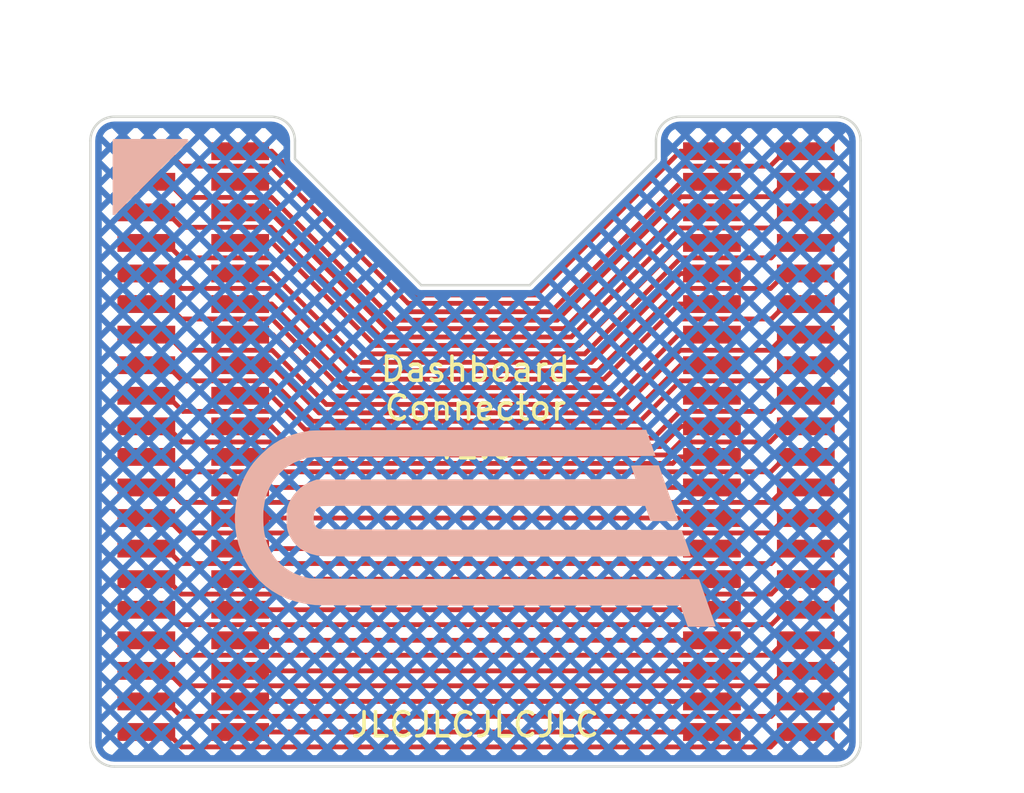
<source format=kicad_pcb>
(kicad_pcb (version 20221018) (generator pcbnew)
  (title_block (title "Dashboard Connector") (date "2024-04-12") (rev "${REVISION}") (company "Author: I. Kajdan") (comment 1 "Reviewer:"))
  (layers (0 "F.Cu" signal) (31 "B.Cu" signal) (34 "B.Paste" user) (35 "F.Paste" user) (36 "B.SilkS" user "B.Silkscreen") (37 "F.SilkS" user "F.Silkscreen") (38 "B.Mask" user) (39 "F.Mask" user) (44 "Edge.Cuts" user))
  (property "REVISION" "1.0")
  (net 0 "")
  (net 1 "Net-(J1-Pin_1)")
  (net 2 "Net-(J1-Pin_3)")
  (net 3 "Net-(J1-Pin_5)")
  (net 4 "Net-(J1-Pin_7)")
  (net 5 "Net-(J1-Pin_9)")
  (net 6 "Net-(J1-Pin_11)")
  (net 7 "Net-(J1-Pin_13)")
  (net 8 "Net-(J1-Pin_15)")
  (net 9 "Net-(J1-Pin_17)")
  (net 10 "Net-(J1-Pin_19)")
  (net 11 "Net-(J1-Pin_21)")
  (net 12 "Net-(J1-Pin_23)")
  (net 13 "Net-(J1-Pin_25)")
  (net 14 "Net-(J1-Pin_27)")
  (net 15 "Net-(J1-Pin_29)")
  (net 16 "Net-(J1-Pin_31)")
  (net 17 "Net-(J1-Pin_33)")
  (net 18 "Net-(J1-Pin_35)")
  (net 19 "Net-(J1-Pin_37)")
  (net 20 "Net-(J1-Pin_39)")
  (net 21 "/01")
  (net 22 "/02")
  (net 23 "/03")
  (net 24 "/04")
  (net 25 "/05")
  (net 26 "/06")
  (net 27 "/07")
  (net 28 "/08")
  (net 29 "/09")
  (net 30 "/10")
  (net 31 "/11")
  (net 32 "/12")
  (net 33 "/13")
  (net 34 "/14")
  (net 35 "/15")
  (net 36 "/16")
  (net 37 "/17")
  (net 38 "/18")
  (net 39 "/19")
  (net 40 "/20")
  (footprint "Local_Library:PinHeader_2x20_P1.27mm_Vertical_SMD" (layer "F.Cu") (at 132.275 95.5)
    (fp_text reference "J2" hide)
    (fp_text value "Expansion Connector")
    (pad "1" smd rect locked (at -1.95 -12.065) (size 2.4 0.74) (layers "F.Cu" "F.Paste" "F.Mask") (net 21 "/01"))
    (pad "2" smd rect locked (at 1.95 -12.065) (size 2.4 0.74) (layers "F.Cu" "F.Paste" "F.Mask") (net 1 "Net-(J1-Pin_1)"))
    (pad "3" smd rect locked (at -1.95 -10.795) (size 2.4 0.74) (layers "F.Cu" "F.Paste" "F.Mask") (net 22 "/02"))
    (pad "4" smd rect locked (at 1.95 -10.795) (size 2.4 0.74) (layers "F.Cu" "F.Paste" "F.Mask") (net 2 "Net-(J1-Pin_3)"))
    (pad "5" smd rect locked (at -1.95 -9.525) (size 2.4 0.74) (layers "F.Cu" "F.Paste" "F.Mask") (net 23 "/03"))
    (pad "6" smd rect locked (at 1.95 -9.525) (size 2.4 0.74) (layers "F.Cu" "F.Paste" "F.Mask") (net 3 "Net-(J1-Pin_5)"))
    (pad "7" smd rect locked (at -1.95 -8.255) (size 2.4 0.74) (layers "F.Cu" "F.Paste" "F.Mask") (net 24 "/04"))
    (pad "8" smd rect locked (at 1.95 -8.255) (size 2.4 0.74) (layers "F.Cu" "F.Paste" "F.Mask") (net 4 "Net-(J1-Pin_7)"))
    (pad "9" smd rect locked (at -1.95 -6.985) (size 2.4 0.74) (layers "F.Cu" "F.Paste" "F.Mask") (net 25 "/05"))
    (pad "10" smd rect locked (at 1.95 -6.985) (size 2.4 0.74) (layers "F.Cu" "F.Paste" "F.Mask") (net 5 "Net-(J1-Pin_9)"))
    (pad "11" smd rect locked (at -1.95 -5.715) (size 2.4 0.74) (layers "F.Cu" "F.Paste" "F.Mask") (net 26 "/06"))
    (pad "12" smd rect locked (at 1.95 -5.715) (size 2.4 0.74) (layers "F.Cu" "F.Paste" "F.Mask") (net 6 "Net-(J1-Pin_11)"))
    (pad "13" smd rect locked (at -1.95 -4.445) (size 2.4 0.74) (layers "F.Cu" "F.Paste" "F.Mask") (net 27 "/07"))
    (pad "14" smd rect locked (at 1.95 -4.445) (size 2.4 0.74) (layers "F.Cu" "F.Paste" "F.Mask") (net 7 "Net-(J1-Pin_13)"))
    (pad "15" smd rect locked (at -1.95 -3.175) (size 2.4 0.74) (layers "F.Cu" "F.Paste" "F.Mask") (net 28 "/08"))
    (pad "16" smd rect locked (at 1.95 -3.175) (size 2.4 0.74) (layers "F.Cu" "F.Paste" "F.Mask") (net 8 "Net-(J1-Pin_15)"))
    (pad "17" smd rect locked (at -1.95 -1.905) (size 2.4 0.74) (layers "F.Cu" "F.Paste" "F.Mask") (net 29 "/09"))
    (pad "18" smd rect locked (at 1.95 -1.905) (size 2.4 0.74) (layers "F.Cu" "F.Paste" "F.Mask") (net 9 "Net-(J1-Pin_17)"))
    (pad "19" smd rect locked (at -1.95 -0.635) (size 2.4 0.74) (layers "F.Cu" "F.Paste" "F.Mask") (net 30 "/10"))
    (pad "20" smd rect locked (at 1.95 -0.635) (size 2.4 0.74) (layers "F.Cu" "F.Paste" "F.Mask") (net 10 "Net-(J1-Pin_19)"))
    (pad "21" smd rect locked (at -1.95 0.635) (size 2.4 0.74) (layers "F.Cu" "F.Paste" "F.Mask") (net 31 "/11"))
    (pad "22" smd rect locked (at 1.95 0.635) (size 2.4 0.74) (layers "F.Cu" "F.Paste" "F.Mask") (net 11 "Net-(J1-Pin_21)"))
    (pad "23" smd rect locked (at -1.95 1.905) (size 2.4 0.74) (layers "F.Cu" "F.Paste" "F.Mask") (net 32 "/12"))
    (pad "24" smd rect locked (at 1.95 1.905) (size 2.4 0.74) (layers "F.Cu" "F.Paste" "F.Mask") (net 12 "Net-(J1-Pin_23)"))
    (pad "25" smd rect locked (at -1.95 3.175) (size 2.4 0.74) (layers "F.Cu" "F.Paste" "F.Mask") (net 33 "/13"))
    (pad "26" smd rect locked (at 1.95 3.175) (size 2.4 0.74) (layers "F.Cu" "F.Paste" "F.Mask") (net 13 "Net-(J1-Pin_25)"))
    (pad "27" smd rect locked (at -1.95 4.445) (size 2.4 0.74) (layers "F.Cu" "F.Paste" "F.Mask") (net 34 "/14"))
    (pad "28" smd rect locked (at 1.95 4.445) (size 2.4 0.74) (layers "F.Cu" "F.Paste" "F.Mask") (net 14 "Net-(J1-Pin_27)"))
    (pad "29" smd rect locked (at -1.95 5.715) (size 2.4 0.74) (layers "F.Cu" "F.Paste" "F.Mask") (net 35 "/15"))
    (pad "30" smd rect locked (at 1.95 5.715) (size 2.4 0.74) (layers "F.Cu" "F.Paste" "F.Mask") (net 15 "Net-(J1-Pin_29)"))
    (pad "31" smd rect locked (at -1.95 6.985) (size 2.4 0.74) (layers "F.Cu" "F.Paste" "F.Mask") (net 36 "/16"))
    (pad "32" smd rect locked (at 1.95 6.985) (size 2.4 0.74) (layers "F.Cu" "F.Paste" "F.Mask") (net 16 "Net-(J1-Pin_31)"))
    (pad "33" smd rect locked (at -1.95 8.255) (size 2.4 0.74) (layers "F.Cu" "F.Paste" "F.Mask") (net 37 "/17"))
    (pad "34" smd rect locked (at 1.95 8.255) (size 2.4 0.74) (layers "F.Cu" "F.Paste" "F.Mask") (net 17 "Net-(J1-Pin_33)"))
    (pad "35" smd rect locked (at -1.95 9.525) (size 2.4 0.74) (layers "F.Cu" "F.Paste" "F.Mask") (net 38 "/18"))
    (pad "36" smd rect locked (at 1.95 9.525) (size 2.4 0.74) (layers "F.Cu" "F.Paste" "F.Mask") (net 18 "Net-(J1-Pin_35)"))
    (pad "37" smd rect locked (at -1.95 10.795) (size 2.4 0.74) (layers "F.Cu" "F.Paste" "F.Mask") (net 39 "/19"))
    (pad "38" smd rect locked (at 1.95 10.795) (size 2.4 0.74) (layers "F.Cu" "F.Paste" "F.Mask") (net 19 "Net-(J1-Pin_37)"))
    (pad "39" smd rect locked (at -1.95 12.065) (size 2.4 0.74) (layers "F.Cu" "F.Paste" "F.Mask") (net 40 "/20"))
    (pad "40" smd rect locked (at 1.95 12.065) (size 2.4 0.74) (layers "F.Cu" "F.Paste" "F.Mask") (net 20 "Net-(J1-Pin_39)"))
  )
  (footprint "Local_Library:PinHeader_2x20_P1.27mm_Vertical_SMD" (layer "F.Cu") (at 155.775 95.5)
    (fp_text reference "J1" hide)
    (fp_text value "Expansion Connector")
    (pad "1" smd rect locked (at -1.95 -12.065) (size 2.4 0.74) (layers "F.Cu" "F.Paste" "F.Mask") (net 1 "Net-(J1-Pin_1)"))
    (pad "2" smd rect locked (at 1.95 -12.065) (size 2.4 0.74) (layers "F.Cu" "F.Paste" "F.Mask") (net 21 "/01"))
    (pad "3" smd rect locked (at -1.95 -10.795) (size 2.4 0.74) (layers "F.Cu" "F.Paste" "F.Mask") (net 2 "Net-(J1-Pin_3)"))
    (pad "4" smd rect locked (at 1.95 -10.795) (size 2.4 0.74) (layers "F.Cu" "F.Paste" "F.Mask") (net 22 "/02"))
    (pad "5" smd rect locked (at -1.95 -9.525) (size 2.4 0.74) (layers "F.Cu" "F.Paste" "F.Mask") (net 3 "Net-(J1-Pin_5)"))
    (pad "6" smd rect locked (at 1.95 -9.525) (size 2.4 0.74) (layers "F.Cu" "F.Paste" "F.Mask") (net 23 "/03"))
    (pad "7" smd rect locked (at -1.95 -8.255) (size 2.4 0.74) (layers "F.Cu" "F.Paste" "F.Mask") (net 4 "Net-(J1-Pin_7)"))
    (pad "8" smd rect locked (at 1.95 -8.255) (size 2.4 0.74) (layers "F.Cu" "F.Paste" "F.Mask") (net 24 "/04"))
    (pad "9" smd rect locked (at -1.95 -6.985) (size 2.4 0.74) (layers "F.Cu" "F.Paste" "F.Mask") (net 5 "Net-(J1-Pin_9)"))
    (pad "10" smd rect locked (at 1.95 -6.985) (size 2.4 0.74) (layers "F.Cu" "F.Paste" "F.Mask") (net 25 "/05"))
    (pad "11" smd rect locked (at -1.95 -5.715) (size 2.4 0.74) (layers "F.Cu" "F.Paste" "F.Mask") (net 6 "Net-(J1-Pin_11)"))
    (pad "12" smd rect locked (at 1.95 -5.715) (size 2.4 0.74) (layers "F.Cu" "F.Paste" "F.Mask") (net 26 "/06"))
    (pad "13" smd rect locked (at -1.95 -4.445) (size 2.4 0.74) (layers "F.Cu" "F.Paste" "F.Mask") (net 7 "Net-(J1-Pin_13)"))
    (pad "14" smd rect locked (at 1.95 -4.445) (size 2.4 0.74) (layers "F.Cu" "F.Paste" "F.Mask") (net 27 "/07"))
    (pad "15" smd rect locked (at -1.95 -3.175) (size 2.4 0.74) (layers "F.Cu" "F.Paste" "F.Mask") (net 8 "Net-(J1-Pin_15)"))
    (pad "16" smd rect locked (at 1.95 -3.175) (size 2.4 0.74) (layers "F.Cu" "F.Paste" "F.Mask") (net 28 "/08"))
    (pad "17" smd rect locked (at -1.95 -1.905) (size 2.4 0.74) (layers "F.Cu" "F.Paste" "F.Mask") (net 9 "Net-(J1-Pin_17)"))
    (pad "18" smd rect locked (at 1.95 -1.905) (size 2.4 0.74) (layers "F.Cu" "F.Paste" "F.Mask") (net 29 "/09"))
    (pad "19" smd rect locked (at -1.95 -0.635) (size 2.4 0.74) (layers "F.Cu" "F.Paste" "F.Mask") (net 10 "Net-(J1-Pin_19)"))
    (pad "20" smd rect locked (at 1.95 -0.635) (size 2.4 0.74) (layers "F.Cu" "F.Paste" "F.Mask") (net 30 "/10"))
    (pad "21" smd rect locked (at -1.95 0.635) (size 2.4 0.74) (layers "F.Cu" "F.Paste" "F.Mask") (net 11 "Net-(J1-Pin_21)"))
    (pad "22" smd rect locked (at 1.95 0.635) (size 2.4 0.74) (layers "F.Cu" "F.Paste" "F.Mask") (net 31 "/11"))
    (pad "23" smd rect locked (at -1.95 1.905) (size 2.4 0.74) (layers "F.Cu" "F.Paste" "F.Mask") (net 12 "Net-(J1-Pin_23)"))
    (pad "24" smd rect locked (at 1.95 1.905) (size 2.4 0.74) (layers "F.Cu" "F.Paste" "F.Mask") (net 32 "/12"))
    (pad "25" smd rect locked (at -1.95 3.175) (size 2.4 0.74) (layers "F.Cu" "F.Paste" "F.Mask") (net 13 "Net-(J1-Pin_25)"))
    (pad "26" smd rect locked (at 1.95 3.175) (size 2.4 0.74) (layers "F.Cu" "F.Paste" "F.Mask") (net 33 "/13"))
    (pad "27" smd rect locked (at -1.95 4.445) (size 2.4 0.74) (layers "F.Cu" "F.Paste" "F.Mask") (net 14 "Net-(J1-Pin_27)"))
    (pad "28" smd rect locked (at 1.95 4.445) (size 2.4 0.74) (layers "F.Cu" "F.Paste" "F.Mask") (net 34 "/14"))
    (pad "29" smd rect locked (at -1.95 5.715) (size 2.4 0.74) (layers "F.Cu" "F.Paste" "F.Mask") (net 15 "Net-(J1-Pin_29)"))
    (pad "30" smd rect locked (at 1.95 5.715) (size 2.4 0.74) (layers "F.Cu" "F.Paste" "F.Mask") (net 35 "/15"))
    (pad "31" smd rect locked (at -1.95 6.985) (size 2.4 0.74) (layers "F.Cu" "F.Paste" "F.Mask") (net 16 "Net-(J1-Pin_31)"))
    (pad "32" smd rect locked (at 1.95 6.985) (size 2.4 0.74) (layers "F.Cu" "F.Paste" "F.Mask") (net 36 "/16"))
    (pad "33" smd rect locked (at -1.95 8.255) (size 2.4 0.74) (layers "F.Cu" "F.Paste" "F.Mask") (net 17 "Net-(J1-Pin_33)"))
    (pad "34" smd rect locked (at 1.95 8.255) (size 2.4 0.74) (layers "F.Cu" "F.Paste" "F.Mask") (net 37 "/17"))
    (pad "35" smd rect locked (at -1.95 9.525) (size 2.4 0.74) (layers "F.Cu" "F.Paste" "F.Mask") (net 18 "Net-(J1-Pin_35)"))
    (pad "36" smd rect locked (at 1.95 9.525) (size 2.4 0.74) (layers "F.Cu" "F.Paste" "F.Mask") (net 38 "/18"))
    (pad "37" smd rect locked (at -1.95 10.795) (size 2.4 0.74) (layers "F.Cu" "F.Paste" "F.Mask") (net 19 "Net-(J1-Pin_37)"))
    (pad "38" smd rect locked (at 1.95 10.795) (size 2.4 0.74) (layers "F.Cu" "F.Paste" "F.Mask") (net 39 "/19"))
    (pad "39" smd rect locked (at -1.95 12.065) (size 2.4 0.74) (layers "F.Cu" "F.Paste" "F.Mask") (net 20 "Net-(J1-Pin_39)"))
    (pad "40" smd rect locked (at 1.95 12.065) (size 2.4 0.74) (layers "F.Cu" "F.Paste" "F.Mask") (net 40 "/20"))
  )
  (footprint "Local_Library:PUTM_Logo_20mm" (layer "B.Cu") (at 144 99.1 180)
    (fp_text reference "G***" hide)
    (fp_text value "LOGO" hide)
    (fp_poly (pts (xy -6.893425 2.613243) (xy -6.759679 2.611594) (xy -6.645143 2.609029) (xy -6.554714 2.605695) (xy -6.493285 2.601743) (xy -6.465752 2.597321) (xy -6.464729 2.596265) (xy -6.471078 2.571897) (xy -6.488469 2.517478) (xy -6.514416 2.440499) (xy -6.546435 2.348452) (xy -6.554517 2.325597) (xy -6.587606 2.231014) (xy -6.615199 2.149651) (xy -6.634808 2.089032) (xy -6.643946 2.056682) (xy -6.644305 2.054018) (xy -6.624498 2.052315) (xy -6.565659 2.050648) (xy -6.468664 2.049019) (xy -6.334387 2.047431) (xy -6.163701 2.045888) (xy -5.957482 2.044393) (xy -5.716604 2.042949) (xy -5.441942 2.041559) (xy -5.134369 2.040227) (xy -4.794761 2.038954) (xy -4.423991 2.037745) (xy -4.022935 2.036603) (xy -3.592466 2.03553) (xy -3.13346 2.03453) (xy -2.64679 2.033606) (xy -2.133331 2.032761) (xy -1.593958 2.031998) (xy -1.029545 2.03132) (xy -0.440966 2.030731) (xy -0.024941 2.03038) (xy 6.594423 2.025216) (xy 6.754046 1.970451) (xy 6.945252 1.894049) (xy 7.111363 1.802195) (xy 7.265187 1.686806) (xy 7.392537 1.567538) (xy 7.537691 1.405256) (xy 7.652047 1.240731) (xy 7.743405 1.061582) (xy 7.795419 0.927808) (xy 7.815789 0.867538) (xy 7.830511 0.815334) (xy 7.840498 0.762885) (xy 7.846666 0.701878) (xy 7.849928 0.624002) (xy 7.8512 0.520945) (xy 7.851398 0.41901) (xy 7.849663 0.256416) (xy 7.843286 0.124528) (xy 7.830602 0.014255) (xy 7.809942 -0.083492) (xy 7.779639 -0.177802) (xy 7.738024 -0.277766) (xy 7.714114 -0.329222) (xy 7.597621 -0.529127) (xy 7.451015 -0.703571) (xy 7.275565 -0.851745) (xy 7.07254 -0.97284) (xy 6.843209 -1.066046) (xy 6.588839 -1.130554) (xy 6.418151 -1.15589) (xy 6.383124 -1.15797) (xy 6.316112 -1.159937) (xy 6.216714 -1.161792) (xy 6.084527 -1.163535) (xy 5.919151 -1.165168) (xy 5.720184 -1.166692) (xy 5.487223 -1.168108) (xy 5.219869 -1.169417) (xy 4.917718 -1.170621) (xy 4.580369 -1.17172) (xy 4.207421 -1.172715) (xy 3.798473 -1.173608) (xy 3.353121 -1.174399) (xy 2.870966 -1.175091) (xy 2.351605 -1.175683) (xy 1.794636 -1.176177) (xy 1.199658 -1.176574) (xy 0.56627 -1.176876) (xy -0.105931 -1.177082) (xy -0.817345 -1.177195) (xy -1.356009 -1.177219) (xy -2.010879 -1.177213) (xy -2.62702 -1.177192) (xy -3.205608 -1.17715) (xy -3.74782 -1.177081) (xy -4.254833 -1.176981) (xy -4.727823 -1.176843) (xy -5.167966 -1.176663) (xy -5.576439 -1.176435) (xy -5.954419 -1.176154) (xy -6.303081 -1.175814) (xy -6.623604 -1.175409) (xy -6.917162 -1.174935) (xy -7.184933 -1.174386) (xy -7.428094 -1.173756) (xy -7.64782 -1.17304) (xy -7.845289 -1.172233) (xy -8.021676 -1.17133) (xy -8.178159 -1.170324) (xy -8.315914 -1.16921) (xy -8.436117 -1.167984) (xy -8.539945 -1.166639) (xy -8.628575 -1.16517) (xy -8.703183 -1.163572) (xy -8.764945 -1.16184) (xy -8.815038 -1.159967) (xy -8.85464 -1.157948) (xy -8.884925 -1.155779) (xy -8.907071 -1.153454) (xy -8.922255 -1.150966) (xy -8.931652 -1.148312) (xy -8.936439 -1.145485) (xy -8.937794 -1.142479) (xy -8.937792 -1.142302) (xy -8.931021 -1.114897) (xy -8.912467 -1.05517) (xy -8.883879 -0.968338) (xy -8.847005 -0.85962) (xy -8.803595 -0.734236) (xy -8.755397 -0.597403) (xy -8.752273 -0.58861) (xy -8.567846 -0.069835) (xy -1.056547 -0.059859) (xy -0.404095 -0.058985) (xy 0.20964 -0.058144) (xy 0.785849 -0.05733) (xy 1.325722 -0.056535) (xy 1.830448 -0.055752) (xy 2.301217 -0.054975) (xy 2.739219 -0.054196) (xy 3.145643 -0.053409) (xy 3.52168 -0.052606) (xy 3.868519 -0.051781) (xy 4.18735 -0.050927) (xy 4.479363 -0.050037) (xy 4.745747 -0.049103) (xy 4.987692 -0.04812) (xy 5.206388 -0.047079) (xy 5.403025 -0.045975) (xy 5.578792 -0.044799) (xy 5.734879 -0.043546) (xy 5.872477 -0.042208) (xy 5.992774 -0.040779) (xy 6.096961 -0.03925) (xy 6.186226 -0.037616) (xy 6.261761 -0.03587) (xy 6.324755 -0.034004) (xy 6.376397 -0.032012) (xy 6.417878 -0.029886) (xy 6.450386 -0.02762) (xy 6.475113 -0.025207) (xy 6.493247 -0.022639) (xy 6.505978 -0.019911) (xy 6.514496 -0.017014) (xy 6.517223 -0.015681) (xy 6.607831 0.050086) (xy 6.670917 0.135214) (xy 6.708255 0.243826) (xy 6.721616 0.380048) (xy 6.720041 0.456292) (xy 6.700434 0.608226) (xy 6.657661 0.728929) (xy 6.590202 0.820694) (xy 6.496537 0.885817) (xy 6.414847 0.916698) (xy 6.396064 0.918921) (xy 6.35531 0.920991) (xy 6.29173 0.92291) (xy 6.204466 0.92468) (xy 6.092663 0.926305) (xy 5.955465 0.927784) (xy 5.792015 0.929122) (xy 5.601457 0.930319) (xy 5.382936 0.931379) (xy 5.135595 0.932303) (xy 4.858578 0.933093) (xy 4.551028 0.933752) (xy 4.21209 0.934281) (xy 3.840907 0.934683) (xy 3.436624 0.93496) (xy 2.998384 0.935115) (xy 2.525331 0.935148) (xy 2.016609 0.935063) (xy 1.471362 0.934861) (xy 0.888733 0.934545) (xy 0.267867 0.934116) (xy -0.357032 0.933608) (xy -7.0491 0.927808) (xy -7.159817 0.613551) (xy -7.270533 0.299293) (xy -8.438293 0.299293) (xy -8.411423 0.374116) (xy -8.397684 0.412626) (xy -8.372344 0.483903) (xy -8.336947 0.583595) (xy -8.293034 0.70735) (xy -8.242148 0.850815) (xy -8.18583 1.009639) (xy -8.125624 1.17947) (xy -8.063071 1.355955) (xy -7.999713 1.534742) (xy -7.937093 1.711479) (xy -7.876753 1.881815) (xy -7.820236 2.041396) (xy -7.769083 2.185871) (xy -7.724837 2.310888) (xy -7.68904 2.412095) (xy -7.663234 2.485139) (xy -7.648962 2.525668) (xy -7.647789 2.529026) (xy -7.618244 2.613825) (xy -7.041487 2.613825)) (fill solid) (layer "B.SilkS"))
    (fp_poly (pts (xy -0.190923 4.084992) (xy 0.436568 4.084425) (xy 1.025415 4.083865) (xy 1.576877 4.083306) (xy 2.092215 4.082741) (xy 2.57269 4.082162) (xy 3.019563 4.081564) (xy 3.434094 4.080939) (xy 3.817543 4.08028) (xy 4.171172 4.079581) (xy 4.496241 4.078834) (xy 4.794011 4.078033) (xy 5.065742 4.077171) (xy 5.312695 4.076241) (xy 5.536131 4.075235) (xy 5.73731 4.074149) (xy 5.917493 4.072973) (xy 6.077941 4.071702) (xy 6.219914 4.070328) (xy 6.344672 4.068846) (xy 6.453478 4.067247) (xy 6.54759 4.065525) (xy 6.62827 4.063673) (xy 6.696779 4.061684) (xy 6.754376 4.059552) (xy 6.802324 4.057269) (xy 6.841882 4.054829) (xy 6.874311 4.052224) (xy 6.900871 4.049449) (xy 6.922824 4.046495) (xy 6.92479 4.046194) (xy 7.266121 3.982083) (xy 7.5767 3.899102) (xy 7.862344 3.794354) (xy 8.128869 3.664941) (xy 8.382092 3.507966) (xy 8.627831 3.320534) (xy 8.871902 3.099747) (xy 8.919563 3.052794) (xy 9.088722 2.876775) (xy 9.231265 2.710946) (xy 9.354783 2.544942) (xy 9.466866 2.368401) (xy 9.575106 2.17096) (xy 9.597084 2.127807) (xy 9.74695 1.789157) (xy 9.861314 1.441375) (xy 9.940857 1.087298) (xy 9.986259 0.729761) (xy 9.9982 0.3716) (xy 9.977362 0.015651) (xy 9.924424 -0.33525) (xy 9.840068 -0.678266) (xy 9.724973 -1.010563) (xy 9.57982 -1.329303) (xy 9.40529 -1.631652) (xy 9.202062 -1.914773) (xy 8.970818 -2.175829) (xy 8.712238 -2.411986) (xy 8.463544 -2.596335) (xy 8.155697 -2.778362) (xy 7.824065 -2.928947) (xy 7.469992 -3.047646) (xy 7.094824 -3.134016) (xy 6.699906 -3.187614) (xy 6.658183 -3.191254) (xy 6.614473 -3.193373) (xy 6.535758 -3.195376) (xy 6.421778 -3.197264) (xy 6.272273 -3.199038) (xy 6.086983 -3.200697) (xy 5.865648 -3.202243) (xy 5.60801 -3.203677) (xy 5.313807 -3.205) (xy 4.982779 -3.206211) (xy 4.614668 -3.207312) (xy 4.209214 -3.208303) (xy 3.766156 -3.209185) (xy 3.285234 -3.20996) (xy 2.76619 -3.210627) (xy 2.208762 -3.211187) (xy 1.612692 -3.211641) (xy 0.977719 -3.211989) (xy 0.303584 -3.212233) (xy -0.409973 -3.212374) (xy -1.055826 -3.212412) (xy -8.514348 -3.212412) (xy -8.823794 -4.090338) (xy -9.400114 -4.090338) (xy -9.547166 -4.089841) (xy -9.680409 -4.088437) (xy -9.794867 -4.086255) (xy -9.885563 -4.083424) (xy -9.94752 -4.080073) (xy -9.975763 -4.076331) (xy -9.976973 -4.075373) (xy -9.970631 -4.054198) (xy -9.952217 -3.998977) (xy -9.922972 -3.913285) (xy -9.884133 -3.800697) (xy -9.836939 -3.664787) (xy -9.78263 -3.50913) (xy -9.722445 -3.337301) (xy -9.657621 -3.152874) (xy -9.634758 -3.087971) (xy -9.292004 -2.115533) (xy -1.259003 -2.109387) (xy -0.581229 -2.108859) (xy 0.057793 -2.108338) (xy 0.659218 -2.10782) (xy 1.224201 -2.107299) (xy 1.753896 -2.106769) (xy 2.249458 -2.106224) (xy 2.712041 -2.105661) (xy 3.142799 -2.105072) (xy 3.542887 -2.104453) (xy 3.91346 -2.103798) (xy 4.255672 -2.103102) (xy 4.570677 -2.10236) (xy 4.85963 -2.101565) (xy 5.123685 -2.100713) (xy 5.363997 -2.099798) (xy 5.58172 -2.098815) (xy 5.778009 -2.097757) (xy 5.954018 -2.096621) (xy 6.110902 -2.0954) (xy 6.249814 -2.094089) (xy 6.371911 -2.092683) (xy 6.478345 -2.091176) (xy 6.570272 -2.089562) (xy 6.648845 -2.087836) (xy 6.71522 -2.085994) (xy 6.770551 -2.084029) (xy 6.815993 -2.081936) (xy 6.852699 -2.079709) (xy 6.881824 -2.077344) (xy 6.904523 -2.074834) (xy 6.921951 -2.072174) (xy 6.928479 -2.070907) (xy 7.239669 -1.985997) (xy 7.537798 -1.865071) (xy 7.602042 -1.833293) (xy 7.856776 -1.681524) (xy 8.08314 -1.50194) (xy 8.280517 -1.295403) (xy 8.448286 -1.062776) (xy 8.585829 -0.804922) (xy 8.692525 -0.522703) (xy 8.767755 -0.216983) (xy 8.769607 -0.206982) (xy 8.788303 -0.075363) (xy 8.802431 0.083928) (xy 8.811631 0.258877) (xy 8.815544 0.437472) (xy 8.813808 0.607701) (xy 8.806064 0.75755) (xy 8.800316 0.816924) (xy 8.748607 1.133174) (xy 8.669585 1.421974) (xy 8.561997 1.686091) (xy 8.424591 1.928296) (xy 8.256118 2.151358) (xy 8.14077 2.27598) (xy 7.950177 2.452406) (xy 7.759058 2.59605) (xy 7.557655 2.712951) (xy 7.336212 2.809153) (xy 7.207836 2.853667) (xy 7.17412 2.864932) (xy 7.144372 2.875515) (xy 7.117332 2.885437) (xy 7.091742 2.894722) (xy 7.066343 2.90339) (xy 7.039876 2.911465) (xy 7.011081 2.918969) (xy 6.978701 2.925923) (xy 6.941475 2.93235) (xy 6.898145 2.938271) (xy 6.847453 2.943709) (xy 6.788139 2.948687) (xy 6.718944 2.953225) (xy 6.638609 2.957347) (xy 6.545875 2.961075) (xy 6.439484 2.96443) (xy 6.318177 2.967435) (xy 6.180694 2.970111) (xy 6.025776 2.972482) (xy 5.852165 2.974568) (xy 5.658602 2.976393) (xy 5.443828 2.977978) (xy 5.206583 2.979346) (xy 4.945609 2.980518) (xy 4.659648 2.981517) (xy 4.347439 2.982364) (xy 4.007724 2.983083) (xy 3.639244 2.983695) (xy 3.240741 2.984222) (xy 2.810955 2.984686) (xy 2.348627 2.98511) (xy 1.852498 2.985516) (xy 1.32131 2.985925) (xy 0.753803 2.98636) (xy 0.148719 2.986843) (xy -0.395623 2.987308) (xy -0.924999 2.987823) (xy -1.444056 2.98842) (xy -1.95138 2.989095) (xy -2.445554 2.989843) (xy -2.925164 2.99066) (xy -3.388795 2.99154) (xy -3.835029 2.992479) (xy -4.262454 2.993473) (xy -4.669652 2.994517) (xy -5.055209 2.995606) (xy -5.417709 2.996735) (xy -5.755737 2.997901) (xy -6.067877 2.999098) (xy -6.352714 3.000322) (xy -6.608833 3.001569) (xy -6.834818 3.002832) (xy -7.029255 3.004109) (xy -7.190726 3.005394) (xy -7.317818 3.006683) (xy -7.409115 3.007971) (xy -7.463201 3.009254) (xy -7.478891 3.010405) (xy -7.47078 3.032903) (xy -7.45112 3.088087) (xy -7.421663 3.171018) (xy -7.384163 3.276759) (xy -7.340371 3.400372) (xy -7.29204 3.536919) (xy -7.284168 3.55917) (xy -7.095986 4.091111)) (fill solid) (layer "B.SilkS"))
  )
  (gr_poly (pts (xy 129 83) (xy 132 83) (xy 129 86)) (stroke (width 0.15)) (fill solid) (layer "B.SilkS"))
  (gr_line (start 160 83) (end 160 108) (stroke (width 0.1)) (layer "Edge.Cuts"))
  (gr_line (start 128 83) (end 128 108) (stroke (width 0.1)) (layer "Edge.Cuts"))
  (gr_arc (start 160 108) (mid 159.707107 108.707107) (end 159 109) (stroke (width 0.1)) (layer "Edge.Cuts"))
  (gr_line (start 135.5 82) (end 129 82) (stroke (width 0.1)) (layer "Edge.Cuts"))
  (gr_arc (start 135.5 82) (mid 136.207107 82.292893) (end 136.5 83) (stroke (width 0.1)) (layer "Edge.Cuts"))
  (gr_line (start 151.5 83.75) (end 146.25 89) (stroke (width 0.1)) (layer "Edge.Cuts"))
  (gr_line (start 159 109) (end 129 109) (stroke (width 0.1)) (layer "Edge.Cuts"))
  (gr_arc (start 129 109) (mid 128.292893 108.707107) (end 128 108) (stroke (width 0.1)) (layer "Edge.Cuts"))
  (gr_line (start 152.5 82) (end 159 82) (stroke (width 0.1)) (layer "Edge.Cuts"))
  (gr_arc (start 159 82) (mid 159.707107 82.292893) (end 160 83) (stroke (width 0.1)) (layer "Edge.Cuts"))
  (gr_arc (start 128 83) (mid 128.292893 82.292893) (end 129 82) (stroke (width 0.1)) (layer "Edge.Cuts"))
  (gr_line (start 141.75 89) (end 146.25 89) (stroke (width 0.1)) (layer "Edge.Cuts"))
  (gr_line (start 136.5 83.75) (end 141.75 89) (stroke (width 0.1)) (layer "Edge.Cuts"))
  (gr_arc (start 151.5 83) (mid 151.792893 82.292893) (end 152.5 82) (stroke (width 0.1)) (layer "Edge.Cuts"))
  (gr_line (start 136.5 83) (end 136.5 83.75) (stroke (width 0.1)) (layer "Edge.Cuts"))
  (gr_line (start 151.5 83) (end 151.5 83.75) (stroke (width 0.1)) (layer "Edge.Cuts"))
  (gr_text "JLCJLCJLCJLC" (at 143.989386 107.85) (layer "F.SilkS") (effects (font (size 1 1)) (justify bottom)))
  (gr_text "Dashboard\nConnector\nv${REVISION}" (at 144 96.3) (layer "F.SilkS") (effects (font (size 1 1)) (justify bottom)))
  (segment (start 146.545 89.405) (end 152.515 83.435) (width 0.2) (layer "F.Cu") (net 1))
  (segment (start 141.505 89.405) (end 146.545 89.405) (width 0.2) (layer "F.Cu") (net 1))
  (segment (start 152.515 83.435) (end 153.825 83.435) (width 0.2) (layer "F.Cu") (net 1))
  (segment (start 135.535 83.435) (end 141.505 89.405) (width 0.2) (layer "F.Cu") (net 1))
  (segment (start 134.225 83.435) (end 135.535 83.435) (width 0.2) (layer "F.Cu") (net 1))
  (segment (start 135.53 84.705) (end 140.93 90.105) (width 0.2) (layer "F.Cu") (net 2))
  (segment (start 147.145 90.105) (end 152.545 84.705) (width 0.2) (layer "F.Cu") (net 2))
  (segment (start 134.225 84.705) (end 135.53 84.705) (width 0.2) (layer "F.Cu") (net 2))
  (segment (start 140.93 90.105) (end 147.145 90.105) (width 0.2) (layer "F.Cu") (net 2))
  (segment (start 152.545 84.705) (end 153.825 84.705) (width 0.2) (layer "F.Cu") (net 2))
  (segment (start 140.305 90.805) (end 147.695 90.805) (width 0.2) (layer "F.Cu") (net 3))
  (segment (start 152.525 85.975) (end 153.825 85.975) (width 0.2) (layer "F.Cu") (net 3))
  (segment (start 135.5 86) (end 140.305 90.805) (width 0.2) (layer "F.Cu") (net 3))
  (segment (start 147.695 90.805) (end 152.525 85.975) (width 0.2) (layer "F.Cu") (net 3))
  (segment (start 134.25 86) (end 135.5 86) (width 0.2) (layer "F.Cu") (net 3))
  (segment (start 134.225 85.975) (end 134.25 86) (width 0.2) (layer "F.Cu") (net 3))
  (segment (start 152.555 87.245) (end 153.825 87.245) (width 0.2) (layer "F.Cu") (net 4))
  (segment (start 135.57 87.245) (end 139.83 91.505) (width 0.2) (layer "F.Cu") (net 4))
  (segment (start 134.225 87.245) (end 135.57 87.245) (width 0.2) (layer "F.Cu") (net 4))
  (segment (start 148.295 91.505) (end 152.555 87.245) (width 0.2) (layer "F.Cu") (net 4))
  (segment (start 139.83 91.505) (end 148.295 91.505) (width 0.2) (layer "F.Cu") (net 4))
  (segment (start 135.562487 88.515) (end 134.225 88.515) (width 0.2) (layer "F.Cu") (net 5))
  (segment (start 152.51 88.515) (end 148.82 92.205) (width 0.2) (layer "F.Cu") (net 5))
  (segment (start 153.825 88.515) (end 152.51 88.515) (width 0.2) (layer "F.Cu") (net 5))
  (segment (start 139.252487 92.205) (end 135.562487 88.515) (width 0.2) (layer "F.Cu") (net 5))
  (segment (start 148.82 92.205) (end 139.252487 92.205) (width 0.2) (layer "F.Cu") (net 5))
  (segment (start 134.225 89.785) (end 135.535 89.785) (width 0.2) (layer "F.Cu") (net 6))
  (segment (start 152.465 89.785) (end 153.825 89.785) (width 0.2) (layer "F.Cu") (net 6))
  (segment (start 138.655 92.905) (end 149.345 92.905) (width 0.2) (layer "F.Cu") (net 6))
  (segment (start 135.535 89.785) (end 138.655 92.905) (width 0.2) (layer "F.Cu") (net 6))
  (segment (start 149.345 92.905) (end 152.465 89.785) (width 0.2) (layer "F.Cu") (net 6))
  (segment (start 135.58 91.055) (end 138.13 93.605) (width 0.2) (layer "F.Cu") (net 7))
  (segment (start 138.13 93.605) (end 149.895 93.605) (width 0.2) (layer "F.Cu") (net 7))
  (segment (start 149.895 93.605) (end 152.445 91.055) (width 0.2) (layer "F.Cu") (net 7))
  (segment (start 134.225 91.055) (end 135.58 91.055) (width 0.2) (layer "F.Cu") (net 7))
  (segment (start 152.445 91.055) (end 153.825 91.055) (width 0.2) (layer "F.Cu") (net 7))
  (segment (start 134.225 92.325) (end 135.519974 92.325) (width 0.2) (layer "F.Cu") (net 8))
  (segment (start 152.525 92.325) (end 153.825 92.325) (width 0.2) (layer "F.Cu") (net 8))
  (segment (start 150.545 94.305) (end 152.525 92.325) (width 0.2) (layer "F.Cu") (net 8))
  (segment (start 137.499974 94.305) (end 150.545 94.305) (width 0.2) (layer "F.Cu") (net 8))
  (segment (start 135.519974 92.325) (end 137.499974 94.305) (width 0.2) (layer "F.Cu") (net 8))
  (segment (start 135.519974 93.595) (end 136.929974 95.005) (width 0.2) (layer "F.Cu") (net 9))
  (segment (start 136.929974 95.005) (end 151.120026 95.005) (width 0.2) (layer "F.Cu") (net 9))
  (segment (start 151.120026 95.005) (end 152.530026 93.595) (width 0.2) (layer "F.Cu") (net 9))
  (segment (start 152.530026 93.595) (end 153.825 93.595) (width 0.2) (layer "F.Cu") (net 9))
  (segment (start 134.225 93.595) (end 135.519974 93.595) (width 0.2) (layer "F.Cu") (net 9))
  (segment (start 151.690026 95.705) (end 152.530026 94.865) (width 0.2) (layer "F.Cu") (net 10))
  (segment (start 134.225 94.865) (end 135.519974 94.865) (width 0.2) (layer "F.Cu") (net 10))
  (segment (start 136.359974 95.705) (end 151.690026 95.705) (width 0.2) (layer "F.Cu") (net 10))
  (segment (start 135.519974 94.865) (end 136.359974 95.705) (width 0.2) (layer "F.Cu") (net 10))
  (segment (start 152.530026 94.865) (end 153.825 94.865) (width 0.2) (layer "F.Cu") (net 10))
  (segment (start 135.535 96.135) (end 135.805 96.405) (width 0.2) (layer "F.Cu") (net 11))
  (segment (start 134.225 96.135) (end 135.535 96.135) (width 0.2) (layer "F.Cu") (net 11))
  (segment (start 152.195 96.405) (end 152.465 96.135) (width 0.2) (layer "F.Cu") (net 11))
  (segment (start 135.805 96.405) (end 152.195 96.405) (width 0.2) (layer "F.Cu") (net 11))
  (segment (start 152.465 96.135) (end 153.825 96.135) (width 0.2) (layer "F.Cu") (net 11))
  (segment (start 134.225 97.405) (end 153.825 97.405) (width 0.2) (layer "F.Cu") (net 12))
  (segment (start 134.225 98.675) (end 153.825 98.675) (width 0.2) (layer "F.Cu") (net 13))
  (segment (start 134.225 99.945) (end 153.825 99.945) (width 0.2) (layer "F.Cu") (net 14))
  (segment (start 134.225 101.215) (end 153.825 101.215) (width 0.2) (layer "F.Cu") (net 15))
  (segment (start 134.225 102.485) (end 153.825 102.485) (width 0.2) (layer "F.Cu") (net 16))
  (segment (start 134.225 103.755) (end 153.825 103.755) (width 0.2) (layer "F.Cu") (net 17))
  (segment (start 134.225 105.025) (end 153.825 105.025) (width 0.2) (layer "F.Cu") (net 18))
  (segment (start 134.225 106.295) (end 153.825 106.295) (width 0.2) (layer "F.Cu") (net 19))
  (segment (start 134.225 107.565) (end 153.825 107.565) (width 0.2) (layer "F.Cu") (net 20))
  (segment (start 131.185 83.435) (end 131.805 84.055) (width 0.2) (layer "F.Cu") (net 21))
  (segment (start 130.325 83.435) (end 131.185 83.435) (width 0.2) (layer "F.Cu") (net 21))
  (segment (start 156.245 84.055) (end 156.865 83.435) (width 0.2) (layer "F.Cu") (net 21))
  (segment (start 135.505 84.055) (end 141.205 89.755) (width 0.2) (layer "F.Cu") (net 21))
  (segment (start 146.82 89.755) (end 152.52 84.055) (width 0.2) (layer "F.Cu") (net 21))
  (segment (start 152.52 84.055) (end 156.245 84.055) (width 0.2) (layer "F.Cu") (net 21))
  (segment (start 131.805 84.055) (end 135.505 84.055) (width 0.2) (layer "F.Cu") (net 21))
  (segment (start 141.205 89.755) (end 146.82 89.755) (width 0.2) (layer "F.Cu") (net 21))
  (segment (start 156.865 83.435) (end 157.725 83.435) (width 0.2) (layer "F.Cu") (net 21))
  (segment (start 152.525 85.325) (end 156.275 85.325) (width 0.2) (layer "F.Cu") (net 22))
  (segment (start 140.63 90.455) (end 147.395 90.455) (width 0.2) (layer "F.Cu") (net 22))
  (segment (start 156.895 84.705) (end 157.725 84.705) (width 0.2) (layer "F.Cu") (net 22))
  (segment (start 147.395 90.455) (end 152.525 85.325) (width 0.2) (layer "F.Cu") (net 22))
  (segment (start 156.275 85.325) (end 156.895 84.705) (width 0.2) (layer "F.Cu") (net 22))
  (segment (start 130.325 84.705) (end 131.205 84.705) (width 0.2) (layer "F.Cu") (net 22))
  (segment (start 135.53 85.355) (end 140.63 90.455) (width 0.2) (layer "F.Cu") (net 22))
  (segment (start 131.205 84.705) (end 131.855 85.355) (width 0.2) (layer "F.Cu") (net 22))
  (segment (start 131.855 85.355) (end 135.53 85.355) (width 0.2) (layer "F.Cu") (net 22))
  (segment (start 131.175 85.975) (end 131.795 86.595) (width 0.2) (layer "F.Cu") (net 23))
  (segment (start 140.0675 91.155) (end 147.975 91.155) (width 0.2) (layer "F.Cu") (net 23))
  (segment (start 156.255 86.595) (end 156.875 85.975) (width 0.2) (layer "F.Cu") (net 23))
  (segment (start 152.505 86.625) (end 156.225 86.625) (width 0.2) (layer "F.Cu") (net 23))
  (segment (start 147.975 91.155) (end 152.505 86.625) (width 0.2) (layer "F.Cu") (net 23))
  (segment (start 131.795 86.595) (end 135.5075 86.595) (width 0.2) (layer "F.Cu") (net 23))
  (segment (start 135.5075 86.595) (end 140.0675 91.155) (width 0.2) (layer "F.Cu") (net 23))
  (segment (start 130.325 85.975) (end 131.175 85.975) (width 0.2) (layer "F.Cu") (net 23))
  (segment (start 156.875 85.975) (end 157.725 85.975) (width 0.2) (layer "F.Cu") (net 23))
  (segment (start 139.505001 91.855) (end 148.545 91.855) (width 0.2) (layer "F.Cu") (net 24))
  (segment (start 131.765 87.865) (end 135.515 87.865) (width 0.2) (layer "F.Cu") (net 24))
  (segment (start 130.325 87.245) (end 131.145 87.245) (width 0.2) (layer "F.Cu") (net 24))
  (segment (start 148.545 91.855) (end 152.535 87.865) (width 0.2) (layer "F.Cu") (net 24))
  (segment (start 131.145 87.245) (end 131.765 87.865) (width 0.2) (layer "F.Cu") (net 24))
  (segment (start 135.515 87.865) (end 139.505001 91.855) (width 0.2) (layer "F.Cu") (net 24))
  (segment (start 156.905 87.245) (end 157.725 87.245) (width 0.2) (layer "F.Cu") (net 24))
  (segment (start 156.285 87.865) (end 156.905 87.245) (width 0.2) (layer "F.Cu") (net 24))
  (segment (start 152.535 87.865) (end 156.285 87.865) (width 0.2) (layer "F.Cu") (net 24))
  (segment (start 130.325 88.515) (end 131.165 88.515) (width 0.2) (layer "F.Cu") (net 25))
  (segment (start 131.785 89.135) (end 135.535 89.135) (width 0.2) (layer "F.Cu") (net 25))
  (segment (start 156.26 89.135) (end 156.88 88.515) (width 0.2) (layer "F.Cu") (net 25))
  (segment (start 131.165 88.515) (end 131.785 89.135) (width 0.2) (layer "F.Cu") (net 25))
  (segment (start 149.095 92.555) (end 152.515 89.135) (width 0.2) (layer "F.Cu") (net 25))
  (segment (start 152.515 89.135) (end 156.26 89.135) (width 0.2) (layer "F.Cu") (net 25))
  (segment (start 135.535 89.135) (end 138.955 92.555) (width 0.2) (layer "F.Cu") (net 25))
  (segment (start 138.955 92.555) (end 149.095 92.555) (width 0.2) (layer "F.Cu") (net 25))
  (segment (start 156.88 88.515) (end 157.725 88.515) (width 0.2) (layer "F.Cu") (net 25))
  (segment (start 149.67 93.255) (end 152.52 90.405) (width 0.2) (layer "F.Cu") (net 26))
  (segment (start 135.549974 90.405) (end 138.399974 93.255) (width 0.2) (layer "F.Cu") (net 26))
  (segment (start 138.399974 93.255) (end 149.67 93.255) (width 0.2) (layer "F.Cu") (net 26))
  (segment (start 131.16 89.785) (end 131.78 90.405) (width 0.2) (layer "F.Cu") (net 26))
  (segment (start 156.915 89.785) (end 157.725 89.785) (width 0.2) (layer "F.Cu") (net 26))
  (segment (start 131.78 90.405) (end 135.549974 90.405) (width 0.2) (layer "F.Cu") (net 26))
  (segment (start 130.325 89.785) (end 131.16 89.785) (width 0.2) (layer "F.Cu") (net 26))
  (segment (start 152.52 90.405) (end 156.295 90.405) (width 0.2) (layer "F.Cu") (net 26))
  (segment (start 156.295 90.405) (end 156.915 89.785) (width 0.2) (layer "F.Cu") (net 26))
  (segment (start 152.495 91.705) (end 156.245 91.705) (width 0.2) (layer "F.Cu") (net 27))
  (segment (start 130.325 91.055) (end 131.18 91.055) (width 0.2) (layer "F.Cu") (net 27))
  (segment (start 156.245 91.705) (end 156.895 91.055) (width 0.2) (layer "F.Cu") (net 27))
  (segment (start 131.83 91.705) (end 135.555 91.705) (width 0.2) (layer "F.Cu") (net 27))
  (segment (start 137.805 93.955) (end 150.245 93.955) (width 0.2) (layer "F.Cu") (net 27))
  (segment (start 156.895 91.055) (end 157.725 91.055) (width 0.2) (layer "F.Cu") (net 27))
  (segment (start 135.555 91.705) (end 137.805 93.955) (width 0.2) (layer "F.Cu") (net 27))
  (segment (start 131.18 91.055) (end 131.83 91.705) (width 0.2) (layer "F.Cu") (net 27))
  (segment (start 150.245 93.955) (end 152.495 91.705) (width 0.2) (layer "F.Cu") (net 27))
  (segment (start 150.835 94.655) (end 152.515 92.975) (width 0.2) (layer "F.Cu") (net 28))
  (segment (start 156.225 92.975) (end 156.875 92.325) (width 0.2) (layer "F.Cu") (net 28))
  (segment (start 137.23 94.655) (end 150.835 94.655) (width 0.2) (layer "F.Cu") (net 28))
  (segment (start 131.175 92.325) (end 131.825 92.975) (width 0.2) (layer "F.Cu") (net 28))
  (segment (start 131.825 92.975) (end 135.55 92.975) (width 0.2) (layer "F.Cu") (net 28))
  (segment (start 130.325 92.325) (end 131.175 92.325) (width 0.2) (layer "F.Cu") (net 28))
  (segment (start 156.875 92.325) (end 157.725 92.325) (width 0.2) (layer "F.Cu") (net 28))
  (segment (start 152.515 92.975) (end 156.225 92.975) (width 0.2) (layer "F.Cu") (net 28))
  (segment (start 135.55 92.975) (end 137.23 94.655) (width 0.2) (layer "F.Cu") (net 28))
  (segment (start 136.645 95.355) (end 151.395 95.355) (width 0.2) (layer "F.Cu") (net 29))
  (segment (start 131.195 93.595) (end 131.845 94.245) (width 0.2) (layer "F.Cu") (net 29))
  (segment (start 156.255 94.245) (end 156.905 93.595) (width 0.2) (layer "F.Cu") (net 29))
  (segment (start 130.325 93.595) (end 131.195 93.595) (width 0.2) (layer "F.Cu") (net 29))
  (segment (start 151.395 95.355) (end 152.505 94.245) (width 0.2) (layer "F.Cu") (net 29))
  (segment (start 131.845 94.245) (end 135.535 94.245) (width 0.2) (layer "F.Cu") (net 29))
  (segment (start 152.505 94.245) (end 156.255 94.245) (width 0.2) (layer "F.Cu") (net 29))
  (segment (start 135.535 94.245) (end 136.645 95.355) (width 0.2) (layer "F.Cu") (net 29))
  (segment (start 156.905 93.595) (end 157.725 93.595) (width 0.2) (layer "F.Cu") (net 29))
  (segment (start 135.565 95.515) (end 136.105 96.055) (width 0.2) (layer "F.Cu") (net 30))
  (segment (start 136.105 96.055) (end 151.97 96.055) (width 0.2) (layer "F.Cu") (net 30))
  (segment (start 130.325 94.865) (end 131.165 94.865) (width 0.2) (layer "F.Cu") (net 30))
  (segment (start 131.815 95.515) (end 135.565 95.515) (width 0.2) (layer "F.Cu") (net 30))
  (segment (start 156.235 95.515) (end 156.885 94.865) (width 0.2) (layer "F.Cu") (net 30))
  (segment (start 151.97 96.055) (end 152.51 95.515) (width 0.2) (layer "F.Cu") (net 30))
  (segment (start 156.885 94.865) (end 157.725 94.865) (width 0.2) (layer "F.Cu") (net 30))
  (segment (start 131.165 94.865) (end 131.815 95.515) (width 0.2) (layer "F.Cu") (net 30))
  (segment (start 152.51 95.515) (end 156.235 95.515) (width 0.2) (layer "F.Cu") (net 30))
  (segment (start 131.135 96.135) (end 131.755 96.755) (width 0.2) (layer "F.Cu") (net 31))
  (segment (start 131.755 96.755) (end 156.275 96.755) (width 0.2) (layer "F.Cu") (net 31))
  (segment (start 156.895 96.135) (end 157.725 96.135) (width 0.2) (layer "F.Cu") (net 31))
  (segment (start 130.325 96.135) (end 131.135 96.135) (width 0.2) (layer "F.Cu") (net 31))
  (segment (start 156.275 96.755) (end 156.895 96.135) (width 0.2) (layer "F.Cu") (net 31))
  (segment (start 130.325 97.405) (end 131.155 97.405) (width 0.2) (layer "F.Cu") (net 32))
  (segment (start 131.155 97.405) (end 131.775 98.025) (width 0.2) (layer "F.Cu") (net 32))
  (segment (start 131.775 98.025) (end 156.275 98.025) (width 0.2) (layer "F.Cu") (net 32))
  (segment (start 156.275 98.025) (end 156.895 97.405) (width 0.2) (layer "F.Cu") (net 32))
  (segment (start 156.895 97.405) (end 157.725 97.405) (width 0.2) (layer "F.Cu") (net 32))
  (segment (start 131.175 98.675) (end 131.795 99.295) (width 0.2) (layer "F.Cu") (net 33))
  (segment (start 156.875 98.675) (end 157.725 98.675) (width 0.2) (layer "F.Cu") (net 33))
  (segment (start 130.325 98.675) (end 131.175 98.675) (width 0.2) (layer "F.Cu") (net 33))
  (segment (start 156.255 99.295) (end 156.875 98.675) (width 0.2) (layer "F.Cu") (net 33))
  (segment (start 131.795 99.295) (end 156.255 99.295) (width 0.2) (layer "F.Cu") (net 33))
  (segment (start 131.765 100.565) (end 156.285 100.565) (width 0.2) (layer "F.Cu") (net 34))
  (segment (start 130.325 99.945) (end 131.145 99.945) (width 0.2) (layer "F.Cu") (net 34))
  (segment (start 156.285 100.565) (end 156.905 99.945) (width 0.2) (layer "F.Cu") (net 34))
  (segment (start 156.905 99.945) (end 157.725 99.945) (width 0.2) (layer "F.Cu") (net 34))
  (segment (start 131.145 99.945) (end 131.765 100.565) (width 0.2) (layer "F.Cu") (net 34))
  (segment (start 131.785 101.835) (end 156.285 101.835) (width 0.2) (layer "F.Cu") (net 35))
  (segment (start 130.325 101.215) (end 131.165 101.215) (width 0.2) (layer "F.Cu") (net 35))
  (segment (start 156.905 101.215) (end 157.725 101.215) (width 0.2) (layer "F.Cu") (net 35))
  (segment (start 131.165 101.215) (end 131.785 101.835) (width 0.2) (layer "F.Cu") (net 35))
  (segment (start 156.285 101.835) (end 156.905 101.215) (width 0.2) (layer "F.Cu") (net 35))
  (segment (start 156.915 102.485) (end 157.725 102.485) (width 0.2) (layer "F.Cu") (net 36))
  (segment (start 156.295 103.105) (end 156.915 102.485) (width 0.2) (layer "F.Cu") (net 36))
  (segment (start 130.325 102.485) (end 131.135 102.485) (width 0.2) (layer "F.Cu") (net 36))
  (segment (start 131.755 103.105) (end 156.295 103.105) (width 0.2) (layer "F.Cu") (net 36))
  (segment (start 131.135 102.485) (end 131.755 103.105) (width 0.2) (layer "F.Cu") (net 36))
  (segment (start 131.775 104.375) (end 156.275 104.375) (width 0.2) (layer "F.Cu") (net 37))
  (segment (start 131.155 103.755) (end 131.775 104.375) (width 0.2) (layer "F.Cu") (net 37))
  (segment (start 130.325 103.755) (end 131.155 103.755) (width 0.2) (layer "F.Cu") (net 37))
  (segment (start 156.275 104.375) (end 156.895 103.755) (width 0.2) (layer "F.Cu") (net 37))
  (segment (start 156.895 103.755) (end 157.725 103.755) (width 0.2) (layer "F.Cu") (net 37))
  (segment (start 130.325 105.025) (end 131.175 105.025) (width 0.2) (layer "F.Cu") (net 38))
  (segment (start 156.875 105.025) (end 157.725 105.025) (width 0.2) (layer "F.Cu") (net 38))
  (segment (start 131.795 105.645) (end 156.255 105.645) (width 0.2) (layer "F.Cu") (net 38))
  (segment (start 131.175 105.025) (end 131.795 105.645) (width 0.2) (layer "F.Cu") (net 38))
  (segment (start 156.255 105.645) (end 156.875 105.025) (width 0.2) (layer "F.Cu") (net 38))
  (segment (start 156.285 106.915) (end 156.905 106.295) (width 0.2) (layer "F.Cu") (net 39))
  (segment (start 156.905 106.295) (end 157.725 106.295) (width 0.2) (layer "F.Cu") (net 39))
  (segment (start 131.145 106.295) (end 131.765 106.915) (width 0.2) (layer "F.Cu") (net 39))
  (segment (start 131.765 106.915) (end 156.285 106.915) (width 0.2) (layer "F.Cu") (net 39))
  (segment (start 130.325 106.295) (end 131.145 106.295) (width 0.2) (layer "F.Cu") (net 39))
  (segment (start 156.885 107.565) (end 157.725 107.565) (width 0.2) (layer "F.Cu") (net 40))
  (segment (start 131.165 107.565) (end 131.785 108.185) (width 0.2) (layer "F.Cu") (net 40))
  (segment (start 131.785 108.185) (end 156.265 108.185) (width 0.2) (layer "F.Cu") (net 40))
  (segment (start 156.265 108.185) (end 156.885 107.565) (width 0.2) (layer "F.Cu") (net 40))
  (segment (start 130.325 107.565) (end 131.165 107.565) (width 0.2) (layer "F.Cu") (net 40))
  (zone (net 0) (net_name "") (layer "B.Cu") (connect_pads (clearance 0.5)) (min_thickness 0.25) (fill yes (mode hatch) (thermal_gap 0.5) (thermal_bridge_width 0.5) (island_removal_mode 1) (island_area_min 10) (hatch_thickness 0.25) (hatch_gap 0.5) (hatch_orientation 45) (hatch_border_algorithm hatch_thickness) (hatch_min_hole_area 0.3))
    (polygon (pts (xy 128 109) (xy 160 109) (xy 160 82) (xy 128 82)))
  )
)
</source>
